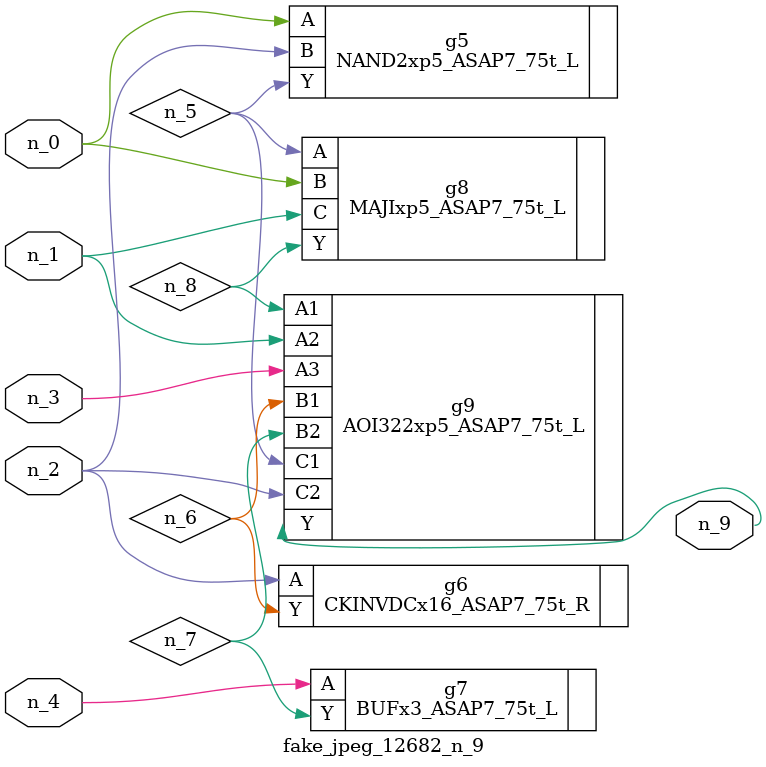
<source format=v>
module fake_jpeg_12682_n_9 (n_3, n_2, n_1, n_0, n_4, n_9);

input n_3;
input n_2;
input n_1;
input n_0;
input n_4;

output n_9;

wire n_8;
wire n_6;
wire n_5;
wire n_7;

NAND2xp5_ASAP7_75t_L g5 ( 
.A(n_0),
.B(n_2),
.Y(n_5)
);

CKINVDCx16_ASAP7_75t_R g6 ( 
.A(n_2),
.Y(n_6)
);

BUFx3_ASAP7_75t_L g7 ( 
.A(n_4),
.Y(n_7)
);

MAJIxp5_ASAP7_75t_L g8 ( 
.A(n_5),
.B(n_0),
.C(n_1),
.Y(n_8)
);

AOI322xp5_ASAP7_75t_L g9 ( 
.A1(n_8),
.A2(n_1),
.A3(n_3),
.B1(n_6),
.B2(n_7),
.C1(n_5),
.C2(n_2),
.Y(n_9)
);


endmodule
</source>
